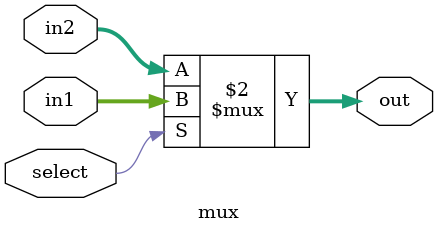
<source format=v>
module mux(input [31:0] in1,
	   input [31:0]  in2,
	   input select,
	   output reg [31:0] out);
   always @(select)
     out = (select)? in1 : in2;
endmodule
</source>
